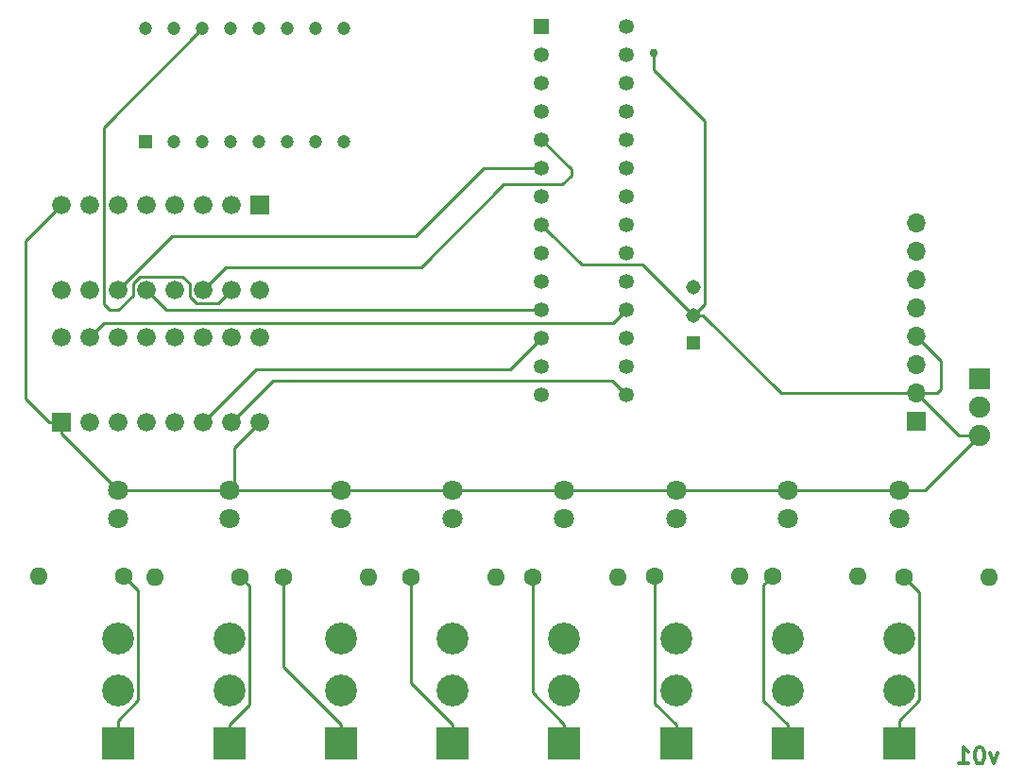
<source format=gbr>
G04 #@! TF.GenerationSoftware,KiCad,Pcbnew,(5.0.2)-1*
G04 #@! TF.CreationDate,2019-11-03T18:05:40-05:00*
G04 #@! TF.ProjectId,bin2hex,62696e32-6865-4782-9e6b-696361645f70,v01*
G04 #@! TF.SameCoordinates,Original*
G04 #@! TF.FileFunction,Copper,L2,Bot*
G04 #@! TF.FilePolarity,Positive*
%FSLAX46Y46*%
G04 Gerber Fmt 4.6, Leading zero omitted, Abs format (unit mm)*
G04 Created by KiCad (PCBNEW (5.0.2)-1) date 11/3/2019 6:05:40 PM*
%MOMM*%
%LPD*%
G01*
G04 APERTURE LIST*
G04 #@! TA.AperFunction,NonConductor*
%ADD10C,0.300000*%
G04 #@! TD*
G04 #@! TA.AperFunction,ComponentPad*
%ADD11R,1.900000X1.900000*%
G04 #@! TD*
G04 #@! TA.AperFunction,ComponentPad*
%ADD12C,1.900000*%
G04 #@! TD*
G04 #@! TA.AperFunction,ComponentPad*
%ADD13R,1.200000X1.200000*%
G04 #@! TD*
G04 #@! TA.AperFunction,ComponentPad*
%ADD14C,1.200000*%
G04 #@! TD*
G04 #@! TA.AperFunction,ComponentPad*
%ADD15C,2.850000*%
G04 #@! TD*
G04 #@! TA.AperFunction,ComponentPad*
%ADD16R,2.850000X2.850000*%
G04 #@! TD*
G04 #@! TA.AperFunction,ComponentPad*
%ADD17C,1.800000*%
G04 #@! TD*
G04 #@! TA.AperFunction,ComponentPad*
%ADD18O,1.600000X1.600000*%
G04 #@! TD*
G04 #@! TA.AperFunction,ComponentPad*
%ADD19C,1.600000*%
G04 #@! TD*
G04 #@! TA.AperFunction,ComponentPad*
%ADD20R,1.676400X1.676400*%
G04 #@! TD*
G04 #@! TA.AperFunction,ComponentPad*
%ADD21C,1.676400*%
G04 #@! TD*
G04 #@! TA.AperFunction,ComponentPad*
%ADD22R,1.308000X1.308000*%
G04 #@! TD*
G04 #@! TA.AperFunction,ComponentPad*
%ADD23C,1.308000*%
G04 #@! TD*
G04 #@! TA.AperFunction,ComponentPad*
%ADD24R,1.350000X1.350000*%
G04 #@! TD*
G04 #@! TA.AperFunction,ComponentPad*
%ADD25C,1.350000*%
G04 #@! TD*
G04 #@! TA.AperFunction,ComponentPad*
%ADD26R,1.700000X1.700000*%
G04 #@! TD*
G04 #@! TA.AperFunction,ComponentPad*
%ADD27O,1.700000X1.700000*%
G04 #@! TD*
G04 #@! TA.AperFunction,ViaPad*
%ADD28C,0.762000*%
G04 #@! TD*
G04 #@! TA.AperFunction,Conductor*
%ADD29C,0.254000*%
G04 #@! TD*
G04 APERTURE END LIST*
D10*
X188856714Y-138743571D02*
X188499571Y-139743571D01*
X188142428Y-138743571D01*
X187285285Y-138243571D02*
X187142428Y-138243571D01*
X186999571Y-138315000D01*
X186928142Y-138386428D01*
X186856714Y-138529285D01*
X186785285Y-138815000D01*
X186785285Y-139172142D01*
X186856714Y-139457857D01*
X186928142Y-139600714D01*
X186999571Y-139672142D01*
X187142428Y-139743571D01*
X187285285Y-139743571D01*
X187428142Y-139672142D01*
X187499571Y-139600714D01*
X187571000Y-139457857D01*
X187642428Y-139172142D01*
X187642428Y-138815000D01*
X187571000Y-138529285D01*
X187499571Y-138386428D01*
X187428142Y-138315000D01*
X187285285Y-138243571D01*
X185356714Y-139743571D02*
X186213857Y-139743571D01*
X185785285Y-139743571D02*
X185785285Y-138243571D01*
X185928142Y-138457857D01*
X186071000Y-138600714D01*
X186213857Y-138672142D01*
D11*
G04 #@! TO.P,S9,1*
G04 #@! TO.N,Net-(J2-Pad6)*
X187248800Y-105283000D03*
D12*
G04 #@! TO.P,S9,2*
G04 #@! TO.N,Net-(J2-Pad5)*
X187248800Y-107783000D03*
G04 #@! TO.P,S9,3*
G04 #@! TO.N,GND*
X187248800Y-110283000D03*
G04 #@! TD*
D13*
G04 #@! TO.P,U2,1*
G04 #@! TO.N,Net-(J1-Pad13)*
X112445800Y-84023200D03*
D14*
G04 #@! TO.P,U2,2*
G04 #@! TO.N,Net-(J1-Pad16)*
X114985800Y-84023200D03*
G04 #@! TO.P,U2,3*
G04 #@! TO.N,Net-(U2-Pad3)*
X117525800Y-84023200D03*
G04 #@! TO.P,U2,4*
G04 #@! TO.N,N/C*
X120065800Y-84023200D03*
G04 #@! TO.P,U2,5*
G04 #@! TO.N,Net-(U2-Pad5)*
X122605800Y-84023200D03*
G04 #@! TO.P,U2,6*
G04 #@! TO.N,Net-(J1-Pad17)*
X125145800Y-84023200D03*
G04 #@! TO.P,U2,7*
G04 #@! TO.N,Net-(U2-Pad7)*
X127685800Y-84023200D03*
G04 #@! TO.P,U2,8*
G04 #@! TO.N,Net-(J1-Pad19)*
X130225800Y-84023200D03*
G04 #@! TO.P,U2,9*
G04 #@! TO.N,N/C*
X130225800Y-73863200D03*
G04 #@! TO.P,U2,10*
X127685800Y-73863200D03*
G04 #@! TO.P,U2,11*
G04 #@! TO.N,Net-(U2-Pad11)*
X125145800Y-73863200D03*
G04 #@! TO.P,U2,12*
G04 #@! TO.N,N/C*
X122605800Y-73863200D03*
G04 #@! TO.P,U2,13*
G04 #@! TO.N,Net-(U2-Pad13)*
X120065800Y-73863200D03*
G04 #@! TO.P,U2,14*
G04 #@! TO.N,Net-(U2-Pad14)*
X117525800Y-73863200D03*
G04 #@! TO.P,U2,15*
G04 #@! TO.N,Net-(U2-Pad15)*
X114985800Y-73863200D03*
G04 #@! TO.P,U2,16*
G04 #@! TO.N,Net-(U2-Pad16)*
X112445800Y-73863200D03*
G04 #@! TD*
D15*
G04 #@! TO.P,S8,3*
G04 #@! TO.N,Net-(S8-Pad3)*
X180000000Y-128498400D03*
G04 #@! TO.P,S8,2*
G04 #@! TO.N,+5V*
X180000000Y-133198400D03*
D16*
G04 #@! TO.P,S8,1*
G04 #@! TO.N,Net-(R8-Pad1)*
X180000000Y-137898400D03*
G04 #@! TD*
D15*
G04 #@! TO.P,S2,3*
G04 #@! TO.N,Net-(S2-Pad3)*
X120000000Y-128498400D03*
G04 #@! TO.P,S2,2*
G04 #@! TO.N,+5V*
X120000000Y-133198400D03*
D16*
G04 #@! TO.P,S2,1*
G04 #@! TO.N,Net-(R2-Pad1)*
X120000000Y-137898400D03*
G04 #@! TD*
D17*
G04 #@! TO.P,D1,2*
G04 #@! TO.N,Net-(D1-Pad2)*
X110000000Y-117770000D03*
G04 #@! TO.P,D1,1*
G04 #@! TO.N,GND*
X110000000Y-115230000D03*
G04 #@! TD*
G04 #@! TO.P,D2,1*
G04 #@! TO.N,GND*
X120000000Y-115230000D03*
G04 #@! TO.P,D2,2*
G04 #@! TO.N,Net-(D2-Pad2)*
X120000000Y-117770000D03*
G04 #@! TD*
G04 #@! TO.P,D3,2*
G04 #@! TO.N,Net-(D3-Pad2)*
X130000000Y-117770000D03*
G04 #@! TO.P,D3,1*
G04 #@! TO.N,GND*
X130000000Y-115230000D03*
G04 #@! TD*
G04 #@! TO.P,D4,1*
G04 #@! TO.N,GND*
X140000000Y-115230000D03*
G04 #@! TO.P,D4,2*
G04 #@! TO.N,Net-(D4-Pad2)*
X140000000Y-117770000D03*
G04 #@! TD*
G04 #@! TO.P,D5,2*
G04 #@! TO.N,Net-(D5-Pad2)*
X150000000Y-117770000D03*
G04 #@! TO.P,D5,1*
G04 #@! TO.N,GND*
X150000000Y-115230000D03*
G04 #@! TD*
G04 #@! TO.P,D6,1*
G04 #@! TO.N,GND*
X160000000Y-115230000D03*
G04 #@! TO.P,D6,2*
G04 #@! TO.N,Net-(D6-Pad2)*
X160000000Y-117770000D03*
G04 #@! TD*
G04 #@! TO.P,D7,2*
G04 #@! TO.N,Net-(D7-Pad2)*
X170000000Y-117770000D03*
G04 #@! TO.P,D7,1*
G04 #@! TO.N,GND*
X170000000Y-115230000D03*
G04 #@! TD*
G04 #@! TO.P,D8,1*
G04 #@! TO.N,GND*
X180000000Y-115230000D03*
G04 #@! TO.P,D8,2*
G04 #@! TO.N,Net-(D8-Pad2)*
X180000000Y-117770000D03*
G04 #@! TD*
D18*
G04 #@! TO.P,R1,2*
G04 #@! TO.N,Net-(D1-Pad2)*
X102870000Y-122936000D03*
D19*
G04 #@! TO.P,R1,1*
G04 #@! TO.N,Net-(R1-Pad1)*
X110490000Y-122936000D03*
G04 #@! TD*
G04 #@! TO.P,R2,1*
G04 #@! TO.N,Net-(R2-Pad1)*
X120954800Y-122986800D03*
D18*
G04 #@! TO.P,R2,2*
G04 #@! TO.N,Net-(D2-Pad2)*
X113334800Y-122986800D03*
G04 #@! TD*
G04 #@! TO.P,R3,2*
G04 #@! TO.N,Net-(D3-Pad2)*
X132435600Y-122986800D03*
D19*
G04 #@! TO.P,R3,1*
G04 #@! TO.N,Net-(R3-Pad1)*
X124815600Y-122986800D03*
G04 #@! TD*
G04 #@! TO.P,R4,1*
G04 #@! TO.N,Net-(R4-Pad1)*
X136250000Y-123000000D03*
D18*
G04 #@! TO.P,R4,2*
G04 #@! TO.N,Net-(D4-Pad2)*
X143870000Y-123000000D03*
G04 #@! TD*
G04 #@! TO.P,R5,2*
G04 #@! TO.N,Net-(D5-Pad2)*
X154762200Y-123000000D03*
D19*
G04 #@! TO.P,R5,1*
G04 #@! TO.N,Net-(R5-Pad1)*
X147142200Y-123000000D03*
G04 #@! TD*
G04 #@! TO.P,R6,1*
G04 #@! TO.N,Net-(R6-Pad1)*
X158115000Y-122961400D03*
D18*
G04 #@! TO.P,R6,2*
G04 #@! TO.N,Net-(D6-Pad2)*
X165735000Y-122961400D03*
G04 #@! TD*
D19*
G04 #@! TO.P,R7,1*
G04 #@! TO.N,Net-(R7-Pad1)*
X168656000Y-122936000D03*
D18*
G04 #@! TO.P,R7,2*
G04 #@! TO.N,Net-(D7-Pad2)*
X176276000Y-122936000D03*
G04 #@! TD*
G04 #@! TO.P,R8,2*
G04 #@! TO.N,Net-(D8-Pad2)*
X188036200Y-123012200D03*
D19*
G04 #@! TO.P,R8,1*
G04 #@! TO.N,Net-(R8-Pad1)*
X180416200Y-123012200D03*
G04 #@! TD*
D16*
G04 #@! TO.P,S1,1*
G04 #@! TO.N,Net-(R1-Pad1)*
X110000000Y-137898400D03*
D15*
G04 #@! TO.P,S1,2*
G04 #@! TO.N,+5V*
X110000000Y-133198400D03*
G04 #@! TO.P,S1,3*
G04 #@! TO.N,Net-(S1-Pad3)*
X110000000Y-128498400D03*
G04 #@! TD*
G04 #@! TO.P,S3,3*
G04 #@! TO.N,Net-(S3-Pad3)*
X130000000Y-128498400D03*
G04 #@! TO.P,S3,2*
G04 #@! TO.N,+5V*
X130000000Y-133198400D03*
D16*
G04 #@! TO.P,S3,1*
G04 #@! TO.N,Net-(R3-Pad1)*
X130000000Y-137898400D03*
G04 #@! TD*
G04 #@! TO.P,S4,1*
G04 #@! TO.N,Net-(R4-Pad1)*
X140000000Y-137898400D03*
D15*
G04 #@! TO.P,S4,2*
G04 #@! TO.N,+5V*
X140000000Y-133198400D03*
G04 #@! TO.P,S4,3*
G04 #@! TO.N,Net-(S4-Pad3)*
X140000000Y-128498400D03*
G04 #@! TD*
D16*
G04 #@! TO.P,S5,1*
G04 #@! TO.N,Net-(R5-Pad1)*
X150000000Y-137898400D03*
D15*
G04 #@! TO.P,S5,2*
G04 #@! TO.N,+5V*
X150000000Y-133198400D03*
G04 #@! TO.P,S5,3*
G04 #@! TO.N,Net-(S5-Pad3)*
X150000000Y-128498400D03*
G04 #@! TD*
G04 #@! TO.P,S6,3*
G04 #@! TO.N,Net-(S6-Pad3)*
X160000000Y-128498400D03*
G04 #@! TO.P,S6,2*
G04 #@! TO.N,+5V*
X160000000Y-133198400D03*
D16*
G04 #@! TO.P,S6,1*
G04 #@! TO.N,Net-(R6-Pad1)*
X160000000Y-137898400D03*
G04 #@! TD*
G04 #@! TO.P,S7,1*
G04 #@! TO.N,Net-(R7-Pad1)*
X170000000Y-137898400D03*
D15*
G04 #@! TO.P,S7,2*
G04 #@! TO.N,+5V*
X170000000Y-133198400D03*
G04 #@! TO.P,S7,3*
G04 #@! TO.N,Net-(S7-Pad3)*
X170000000Y-128498400D03*
G04 #@! TD*
D20*
G04 #@! TO.P,U1,1*
G04 #@! TO.N,GND*
X104927400Y-109118400D03*
D21*
G04 #@! TO.P,U1,2*
G04 #@! TO.N,Net-(R1-Pad1)*
X107467400Y-109118400D03*
G04 #@! TO.P,U1,3*
G04 #@! TO.N,Net-(R2-Pad1)*
X110007400Y-109118400D03*
G04 #@! TO.P,U1,4*
G04 #@! TO.N,Net-(R3-Pad1)*
X112547400Y-109118400D03*
G04 #@! TO.P,U1,5*
G04 #@! TO.N,Net-(R4-Pad1)*
X115087400Y-109118400D03*
G04 #@! TO.P,U1,6*
G04 #@! TO.N,Net-(J1-Pad12)*
X117627400Y-109118400D03*
G04 #@! TO.P,U1,7*
G04 #@! TO.N,Net-(J1-Pad15)*
X120167400Y-109118400D03*
G04 #@! TO.P,U1,8*
G04 #@! TO.N,GND*
X122707400Y-109118400D03*
G04 #@! TO.P,U1,9*
G04 #@! TO.N,+5V*
X122707400Y-101498400D03*
G04 #@! TO.P,U1,10*
G04 #@! TO.N,Net-(R5-Pad1)*
X120167400Y-101498400D03*
G04 #@! TO.P,U1,11*
G04 #@! TO.N,Net-(R6-Pad1)*
X117627400Y-101498400D03*
G04 #@! TO.P,U1,12*
G04 #@! TO.N,Net-(R7-Pad1)*
X115087400Y-101498400D03*
G04 #@! TO.P,U1,13*
G04 #@! TO.N,Net-(J1-Pad14)*
X112547400Y-101498400D03*
G04 #@! TO.P,U1,14*
G04 #@! TO.N,Net-(R8-Pad1)*
X110007400Y-101498400D03*
G04 #@! TO.P,U1,15*
G04 #@! TO.N,Net-(J1-Pad18)*
X107467400Y-101498400D03*
G04 #@! TO.P,U1,16*
G04 #@! TO.N,+5V*
X104927400Y-101498400D03*
G04 #@! TD*
G04 #@! TO.P,U3,16*
G04 #@! TO.N,+5V*
X122707400Y-97282000D03*
G04 #@! TO.P,U3,15*
G04 #@! TO.N,Net-(U2-Pad14)*
X120167400Y-97282000D03*
G04 #@! TO.P,U3,14*
G04 #@! TO.N,Net-(J1-Pad5)*
X117627400Y-97282000D03*
G04 #@! TO.P,U3,13*
G04 #@! TO.N,+5V*
X115087400Y-97282000D03*
G04 #@! TO.P,U3,12*
G04 #@! TO.N,Net-(J1-Pad11)*
X112547400Y-97282000D03*
G04 #@! TO.P,U3,11*
G04 #@! TO.N,Net-(J1-Pad6)*
X110007400Y-97282000D03*
G04 #@! TO.P,U3,10*
G04 #@! TO.N,+5V*
X107467400Y-97282000D03*
G04 #@! TO.P,U3,9*
G04 #@! TO.N,Net-(U3-Pad9)*
X104927400Y-97282000D03*
G04 #@! TO.P,U3,8*
G04 #@! TO.N,GND*
X104927400Y-89662000D03*
G04 #@! TO.P,U3,7*
G04 #@! TO.N,Net-(U2-Pad7)*
X107467400Y-89662000D03*
G04 #@! TO.P,U3,6*
G04 #@! TO.N,Net-(U2-Pad15)*
X110007400Y-89662000D03*
G04 #@! TO.P,U3,5*
G04 #@! TO.N,Net-(U2-Pad11)*
X112547400Y-89662000D03*
G04 #@! TO.P,U3,4*
G04 #@! TO.N,Net-(U2-Pad5)*
X115087400Y-89662000D03*
G04 #@! TO.P,U3,3*
G04 #@! TO.N,Net-(U2-Pad3)*
X117627400Y-89662000D03*
G04 #@! TO.P,U3,2*
G04 #@! TO.N,Net-(U2-Pad13)*
X120167400Y-89662000D03*
D20*
G04 #@! TO.P,U3,1*
G04 #@! TO.N,Net-(U2-Pad16)*
X122707400Y-89662000D03*
G04 #@! TD*
D22*
G04 #@! TO.P,Y1,1*
G04 #@! TO.N,Net-(J1-Pad10)*
X161518600Y-102068000D03*
D23*
G04 #@! TO.P,Y1,2*
G04 #@! TO.N,GND*
X161518600Y-99568000D03*
G04 #@! TO.P,Y1,3*
G04 #@! TO.N,Net-(J1-Pad9)*
X161518600Y-97068000D03*
G04 #@! TD*
D24*
G04 #@! TO.P,J1,1*
G04 #@! TO.N,+5V*
X147955000Y-73660000D03*
D25*
G04 #@! TO.P,J1,2*
G04 #@! TO.N,Net-(J1-Pad2)*
X147955000Y-76200000D03*
G04 #@! TO.P,J1,3*
G04 #@! TO.N,Net-(J1-Pad3)*
X147955000Y-78740000D03*
G04 #@! TO.P,J1,4*
G04 #@! TO.N,Net-(J1-Pad4)*
X147955000Y-81280000D03*
G04 #@! TO.P,J1,5*
G04 #@! TO.N,Net-(J1-Pad5)*
X147955000Y-83820000D03*
G04 #@! TO.P,J1,6*
G04 #@! TO.N,Net-(J1-Pad6)*
X147955000Y-86360000D03*
G04 #@! TO.P,J1,7*
G04 #@! TO.N,+5V*
X147955000Y-88900000D03*
G04 #@! TO.P,J1,8*
G04 #@! TO.N,GND*
X147955000Y-91440000D03*
G04 #@! TO.P,J1,9*
G04 #@! TO.N,Net-(J1-Pad9)*
X147955000Y-93980000D03*
G04 #@! TO.P,J1,10*
G04 #@! TO.N,Net-(J1-Pad10)*
X147955000Y-96520000D03*
G04 #@! TO.P,J1,11*
G04 #@! TO.N,Net-(J1-Pad11)*
X147955000Y-99060000D03*
G04 #@! TO.P,J1,12*
G04 #@! TO.N,Net-(J1-Pad12)*
X147955000Y-101600000D03*
G04 #@! TO.P,J1,13*
G04 #@! TO.N,Net-(J1-Pad13)*
X147955000Y-104140000D03*
G04 #@! TO.P,J1,14*
G04 #@! TO.N,Net-(J1-Pad14)*
X147955000Y-106680000D03*
G04 #@! TO.P,J1,15*
G04 #@! TO.N,Net-(J1-Pad15)*
X155575000Y-106680000D03*
G04 #@! TO.P,J1,16*
G04 #@! TO.N,Net-(J1-Pad16)*
X155575000Y-104140000D03*
G04 #@! TO.P,J1,17*
G04 #@! TO.N,Net-(J1-Pad17)*
X155575000Y-101600000D03*
G04 #@! TO.P,J1,18*
G04 #@! TO.N,Net-(J1-Pad18)*
X155575000Y-99060000D03*
G04 #@! TO.P,J1,19*
G04 #@! TO.N,Net-(J1-Pad19)*
X155575000Y-96520000D03*
G04 #@! TO.P,J1,20*
G04 #@! TO.N,/LBO*
X155575000Y-93980000D03*
G04 #@! TO.P,J1,21*
G04 #@! TO.N,Net-(J1-Pad21)*
X155575000Y-91440000D03*
G04 #@! TO.P,J1,22*
G04 #@! TO.N,Net-(J1-Pad22)*
X155575000Y-88900000D03*
G04 #@! TO.P,J1,23*
G04 #@! TO.N,Net-(J1-Pad23)*
X155575000Y-86360000D03*
G04 #@! TO.P,J1,24*
G04 #@! TO.N,Net-(J1-Pad24)*
X155575000Y-83820000D03*
G04 #@! TO.P,J1,25*
G04 #@! TO.N,Net-(J1-Pad25)*
X155575000Y-81280000D03*
G04 #@! TO.P,J1,26*
G04 #@! TO.N,Net-(J1-Pad26)*
X155575000Y-78740000D03*
G04 #@! TO.P,J1,27*
G04 #@! TO.N,Net-(J1-Pad27)*
X155575000Y-76200000D03*
G04 #@! TO.P,J1,28*
G04 #@! TO.N,Net-(J1-Pad28)*
X155575000Y-73660000D03*
G04 #@! TD*
D26*
G04 #@! TO.P,J2,1*
G04 #@! TO.N,+5V*
X181559200Y-109067600D03*
D27*
G04 #@! TO.P,J2,2*
G04 #@! TO.N,GND*
X181559200Y-106527600D03*
G04 #@! TO.P,J2,3*
G04 #@! TO.N,/LBO*
X181559200Y-103987600D03*
G04 #@! TO.P,J2,4*
G04 #@! TO.N,GND*
X181559200Y-101447600D03*
G04 #@! TO.P,J2,5*
G04 #@! TO.N,Net-(J2-Pad5)*
X181559200Y-98907600D03*
G04 #@! TO.P,J2,6*
G04 #@! TO.N,Net-(J2-Pad6)*
X181559200Y-96367600D03*
G04 #@! TO.P,J2,7*
G04 #@! TO.N,Net-(J2-Pad7)*
X181559200Y-93827600D03*
G04 #@! TO.P,J2,8*
G04 #@! TO.N,Net-(J2-Pad8)*
X181559200Y-91287600D03*
G04 #@! TD*
D28*
G04 #@! TO.N,GND*
X157988000Y-76073000D03*
G04 #@! TD*
D29*
G04 #@! TO.N,GND*
X183769000Y-103657400D02*
X181559200Y-101447600D01*
X183769000Y-106172000D02*
X183769000Y-103657400D01*
X181559200Y-106527600D02*
X183413400Y-106527600D01*
X183413400Y-106527600D02*
X183769000Y-106172000D01*
X120497600Y-115519200D02*
X120396000Y-115417600D01*
X109575600Y-115417600D02*
X109550200Y-115443000D01*
X103835200Y-109118400D02*
X101727000Y-107010200D01*
X104927400Y-109118400D02*
X103835200Y-109118400D01*
X101727000Y-92862400D02*
X104927400Y-89662000D01*
X101727000Y-107010200D02*
X101727000Y-92862400D01*
X161518600Y-99568000D02*
X162443495Y-99568000D01*
X169403095Y-106527600D02*
X181559200Y-106527600D01*
X162443495Y-99568000D02*
X169403095Y-106527600D01*
X148629999Y-92114999D02*
X147955000Y-91440000D01*
X151551001Y-95036001D02*
X148629999Y-92114999D01*
X156986601Y-95036001D02*
X151551001Y-95036001D01*
X161518600Y-99568000D02*
X156986601Y-95036001D01*
X162560000Y-98526600D02*
X162560000Y-82169000D01*
X161518600Y-99568000D02*
X162560000Y-98526600D01*
X162560000Y-82169000D02*
X157988000Y-77597000D01*
X157988000Y-77597000D02*
X157988000Y-76073000D01*
X157988000Y-76073000D02*
X157988000Y-76073000D01*
X120396000Y-111429800D02*
X122707400Y-109118400D01*
X120396000Y-115417600D02*
X120396000Y-111429800D01*
X182301800Y-115230000D02*
X180000000Y-115230000D01*
X178727208Y-115230000D02*
X170000000Y-115230000D01*
X180000000Y-115230000D02*
X178727208Y-115230000D01*
X168727208Y-115230000D02*
X160000000Y-115230000D01*
X170000000Y-115230000D02*
X168727208Y-115230000D01*
X158727208Y-115230000D02*
X150000000Y-115230000D01*
X160000000Y-115230000D02*
X158727208Y-115230000D01*
X148727208Y-115230000D02*
X140000000Y-115230000D01*
X150000000Y-115230000D02*
X148727208Y-115230000D01*
X138727208Y-115230000D02*
X130000000Y-115230000D01*
X140000000Y-115230000D02*
X138727208Y-115230000D01*
X130000000Y-115230000D02*
X120000000Y-115230000D01*
X118727208Y-115230000D02*
X110000000Y-115230000D01*
X120000000Y-115230000D02*
X118727208Y-115230000D01*
X104927400Y-110157400D02*
X104927400Y-109118400D01*
X110000000Y-115230000D02*
X104927400Y-110157400D01*
X185314600Y-110283000D02*
X181559200Y-106527600D01*
X187248800Y-110283000D02*
X182301800Y-115230000D01*
X187248800Y-110283000D02*
X185314600Y-110283000D01*
G04 #@! TO.N,Net-(J1-Pad5)*
X117627400Y-97282000D02*
X119659400Y-95250000D01*
X119659400Y-95250000D02*
X137160000Y-95250000D01*
X144566001Y-87843999D02*
X149819999Y-87843999D01*
X137160000Y-95250000D02*
X144566001Y-87843999D01*
X149819999Y-87843999D02*
X150622000Y-87041998D01*
X150622000Y-86487000D02*
X147955000Y-83820000D01*
X150622000Y-87041998D02*
X150622000Y-86487000D01*
G04 #@! TO.N,Net-(J1-Pad6)*
X110007400Y-97282000D02*
X114833400Y-92456000D01*
X114833400Y-92456000D02*
X136652000Y-92456000D01*
X142748000Y-86360000D02*
X147955000Y-86360000D01*
X136652000Y-92456000D02*
X142748000Y-86360000D01*
G04 #@! TO.N,Net-(J1-Pad11)*
X114325400Y-99060000D02*
X147955000Y-99060000D01*
X112547400Y-97282000D02*
X114325400Y-99060000D01*
G04 #@! TO.N,Net-(J1-Pad12)*
X145161000Y-104394000D02*
X147955000Y-101600000D01*
X117627400Y-109118400D02*
X122351800Y-104394000D01*
X122351800Y-104394000D02*
X145161000Y-104394000D01*
G04 #@! TO.N,Net-(J1-Pad15)*
X120167400Y-109118400D02*
X123875800Y-105410000D01*
X154305000Y-105410000D02*
X155575000Y-106680000D01*
X123875800Y-105410000D02*
X154305000Y-105410000D01*
G04 #@! TO.N,Net-(J1-Pad18)*
X154900001Y-99734999D02*
X155575000Y-99060000D01*
X154355801Y-100279199D02*
X154900001Y-99734999D01*
X108686601Y-100279199D02*
X154355801Y-100279199D01*
X107467400Y-101498400D02*
X108686601Y-100279199D01*
G04 #@! TO.N,Net-(R1-Pad1)*
X111289999Y-123735999D02*
X110490000Y-122936000D01*
X111806001Y-124252001D02*
X111289999Y-123735999D01*
X111806001Y-134065281D02*
X111806001Y-124252001D01*
X110000000Y-135871282D02*
X111806001Y-134065281D01*
X110000000Y-137898400D02*
X110000000Y-135871282D01*
G04 #@! TO.N,Net-(R2-Pad1)*
X121754799Y-123786799D02*
X120954800Y-122986800D01*
X121806001Y-123838001D02*
X121754799Y-123786799D01*
X121806001Y-134413399D02*
X121806001Y-123838001D01*
X120000000Y-136219400D02*
X121806001Y-134413399D01*
X120000000Y-137898400D02*
X120000000Y-136219400D01*
G04 #@! TO.N,Net-(R3-Pad1)*
X124815600Y-124118170D02*
X124815600Y-122986800D01*
X124815600Y-131035000D02*
X124815600Y-124118170D01*
X130000000Y-136219400D02*
X124815600Y-131035000D01*
X130000000Y-137898400D02*
X130000000Y-136219400D01*
G04 #@! TO.N,Net-(R4-Pad1)*
X136250000Y-124131370D02*
X136250000Y-123000000D01*
X136250000Y-132469400D02*
X136250000Y-124131370D01*
X140000000Y-136219400D02*
X136250000Y-132469400D01*
X140000000Y-137898400D02*
X140000000Y-136219400D01*
G04 #@! TO.N,Net-(R5-Pad1)*
X147142200Y-124131370D02*
X147142200Y-123000000D01*
X147142200Y-133361600D02*
X147142200Y-124131370D01*
X150000000Y-136219400D02*
X147142200Y-133361600D01*
X150000000Y-137898400D02*
X150000000Y-136219400D01*
G04 #@! TO.N,Net-(R6-Pad1)*
X158115000Y-124092770D02*
X158115000Y-122961400D01*
X158115000Y-134334400D02*
X158115000Y-124092770D01*
X160000000Y-136219400D02*
X158115000Y-134334400D01*
X160000000Y-137898400D02*
X160000000Y-136219400D01*
G04 #@! TO.N,Net-(R7-Pad1)*
X167856001Y-123735999D02*
X168656000Y-122936000D01*
X167856001Y-134075401D02*
X167856001Y-123735999D01*
X170000000Y-136219400D02*
X167856001Y-134075401D01*
X170000000Y-137898400D02*
X170000000Y-136219400D01*
G04 #@! TO.N,Net-(R8-Pad1)*
X181216199Y-123812199D02*
X180416200Y-123012200D01*
X181806001Y-124402001D02*
X181216199Y-123812199D01*
X181806001Y-134065281D02*
X181806001Y-124402001D01*
X180000000Y-135871282D02*
X181806001Y-134065281D01*
X180000000Y-137898400D02*
X180000000Y-135871282D01*
G04 #@! TO.N,Net-(U2-Pad14)*
X116408199Y-97867217D02*
X117042183Y-98501201D01*
X115774215Y-96062799D02*
X116408199Y-96696783D01*
X117042183Y-98501201D02*
X118948199Y-98501201D01*
X111962183Y-96062799D02*
X115774215Y-96062799D01*
X111328199Y-96696783D02*
X111962183Y-96062799D01*
X108686601Y-82702399D02*
X108686601Y-98526601D01*
X119329201Y-98120199D02*
X120167400Y-97282000D01*
X117525800Y-73863200D02*
X108686601Y-82702399D01*
X108686601Y-98526601D02*
X109220000Y-99060000D01*
X118948199Y-98501201D02*
X119329201Y-98120199D01*
X116408199Y-96696783D02*
X116408199Y-97867217D01*
X109220000Y-99060000D02*
X110033818Y-99060000D01*
X110033818Y-99060000D02*
X111328199Y-97765619D01*
X111328199Y-97765619D02*
X111328199Y-96696783D01*
G04 #@! TD*
M02*

</source>
